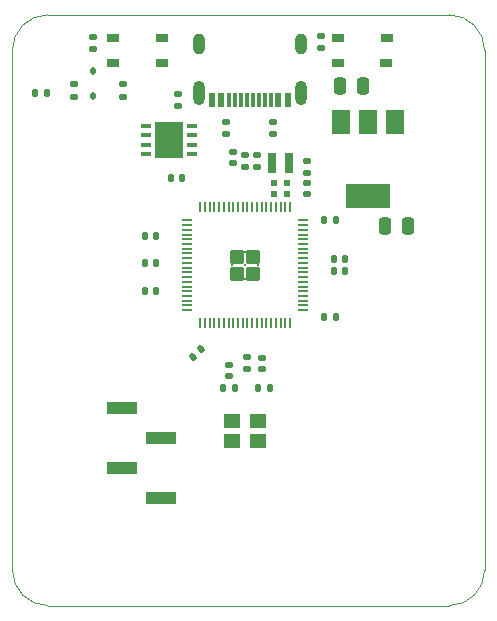
<source format=gbr>
%TF.GenerationSoftware,KiCad,Pcbnew,7.0.7*%
%TF.CreationDate,2024-09-17T12:02:14+01:00*%
%TF.ProjectId,Ponder,506f6e64-6572-42e6-9b69-6361645f7063,1.0*%
%TF.SameCoordinates,Original*%
%TF.FileFunction,Paste,Top*%
%TF.FilePolarity,Positive*%
%FSLAX46Y46*%
G04 Gerber Fmt 4.6, Leading zero omitted, Abs format (unit mm)*
G04 Created by KiCad (PCBNEW 7.0.7) date 2024-09-17 12:02:14*
%MOMM*%
%LPD*%
G01*
G04 APERTURE LIST*
G04 Aperture macros list*
%AMRoundRect*
0 Rectangle with rounded corners*
0 $1 Rounding radius*
0 $2 $3 $4 $5 $6 $7 $8 $9 X,Y pos of 4 corners*
0 Add a 4 corners polygon primitive as box body*
4,1,4,$2,$3,$4,$5,$6,$7,$8,$9,$2,$3,0*
0 Add four circle primitives for the rounded corners*
1,1,$1+$1,$2,$3*
1,1,$1+$1,$4,$5*
1,1,$1+$1,$6,$7*
1,1,$1+$1,$8,$9*
0 Add four rect primitives between the rounded corners*
20,1,$1+$1,$2,$3,$4,$5,0*
20,1,$1+$1,$4,$5,$6,$7,0*
20,1,$1+$1,$6,$7,$8,$9,0*
20,1,$1+$1,$8,$9,$2,$3,0*%
G04 Aperture macros list end*
%ADD10RoundRect,0.250000X-0.250000X-0.475000X0.250000X-0.475000X0.250000X0.475000X-0.250000X0.475000X0*%
%ADD11RoundRect,0.140000X-0.170000X0.140000X-0.170000X-0.140000X0.170000X-0.140000X0.170000X0.140000X0*%
%ADD12RoundRect,0.140000X0.170000X-0.140000X0.170000X0.140000X-0.170000X0.140000X-0.170000X-0.140000X0*%
%ADD13R,0.600000X1.150000*%
%ADD14R,0.300000X1.150000*%
%ADD15O,1.000000X2.100000*%
%ADD16O,1.000000X1.800000*%
%ADD17RoundRect,0.135000X-0.185000X0.135000X-0.185000X-0.135000X0.185000X-0.135000X0.185000X0.135000X0*%
%ADD18RoundRect,0.140000X-0.021213X0.219203X-0.219203X0.021213X0.021213X-0.219203X0.219203X-0.021213X0*%
%ADD19R,0.470000X0.530000*%
%ADD20R,1.500000X2.000000*%
%ADD21R,3.800000X2.000000*%
%ADD22RoundRect,0.135000X0.185000X-0.135000X0.185000X0.135000X-0.185000X0.135000X-0.185000X-0.135000X0*%
%ADD23RoundRect,0.112500X-0.112500X0.187500X-0.112500X-0.187500X0.112500X-0.187500X0.112500X0.187500X0*%
%ADD24RoundRect,0.140000X0.140000X0.170000X-0.140000X0.170000X-0.140000X-0.170000X0.140000X-0.170000X0*%
%ADD25RoundRect,0.250000X-0.350000X-0.350000X0.350000X-0.350000X0.350000X0.350000X-0.350000X0.350000X0*%
%ADD26RoundRect,0.055000X0.335000X-0.055000X0.335000X0.055000X-0.335000X0.055000X-0.335000X-0.055000X0*%
%ADD27RoundRect,0.055000X-0.055000X-0.335000X0.055000X-0.335000X0.055000X0.335000X-0.055000X0.335000X0*%
%ADD28R,0.133333X0.133333*%
%ADD29RoundRect,0.140000X-0.140000X-0.170000X0.140000X-0.170000X0.140000X0.170000X-0.140000X0.170000X0*%
%ADD30R,0.850000X0.350000*%
%ADD31R,2.400000X3.100000*%
%ADD32RoundRect,0.135000X-0.135000X-0.185000X0.135000X-0.185000X0.135000X0.185000X-0.135000X0.185000X0*%
%ADD33R,1.050000X0.650000*%
%ADD34R,1.400000X1.200000*%
%ADD35R,0.700000X1.700000*%
%ADD36R,2.510000X1.000000*%
%TA.AperFunction,Profile*%
%ADD37C,0.100000*%
%TD*%
G04 APERTURE END LIST*
D10*
%TO.C,C13*%
X148350000Y-79000000D03*
X150250000Y-79000000D03*
%TD*%
D11*
%TO.C,C5*%
X138900000Y-102620000D03*
X138900000Y-103580000D03*
%TD*%
D12*
%TO.C,C4*%
X139300000Y-85580000D03*
X139300000Y-84620000D03*
%TD*%
D13*
%TO.C,J1*%
X143900000Y-80180000D03*
X143100000Y-80180000D03*
D14*
X141950000Y-80180000D03*
X140950000Y-80180000D03*
X140450000Y-80180000D03*
X139450000Y-80180000D03*
D13*
X138300000Y-80180000D03*
X137500000Y-80180000D03*
X137500000Y-80180000D03*
X138300000Y-80180000D03*
D14*
X138950000Y-80180000D03*
X139950000Y-80180000D03*
X141450000Y-80180000D03*
X142450000Y-80180000D03*
D13*
X143100000Y-80180000D03*
X143900000Y-80180000D03*
D15*
X145020000Y-79605000D03*
D16*
X145020000Y-75425000D03*
D15*
X136380000Y-79605000D03*
D16*
X136380000Y-75425000D03*
%TD*%
D11*
%TO.C,C15*%
X145500000Y-87220000D03*
X145500000Y-88180000D03*
%TD*%
D17*
%TO.C,R4*%
X146700000Y-74790000D03*
X146700000Y-75810000D03*
%TD*%
D18*
%TO.C,C12*%
X136539411Y-101260589D03*
X135860589Y-101939411D03*
%TD*%
D19*
%TO.C,C16*%
X142785000Y-88150000D03*
X143815000Y-88150000D03*
%TD*%
D17*
%TO.C,R6*%
X141300000Y-84890000D03*
X141300000Y-85910000D03*
%TD*%
D20*
%TO.C,U1*%
X153000000Y-82050000D03*
X150700000Y-82050000D03*
D21*
X150700000Y-88350000D03*
D20*
X148400000Y-82050000D03*
%TD*%
D22*
%TO.C,R2*%
X138700000Y-83110000D03*
X138700000Y-82090000D03*
%TD*%
D23*
%TO.C,D10*%
X127400000Y-77750000D03*
X127400000Y-79850000D03*
%TD*%
D22*
%TO.C,R1*%
X142700000Y-83110000D03*
X142700000Y-82090000D03*
%TD*%
D24*
%TO.C,C6*%
X134980000Y-86800000D03*
X134020000Y-86800000D03*
%TD*%
D25*
%TO.C,U3*%
X139600000Y-93500000D03*
X139600000Y-94900000D03*
X141000000Y-93500000D03*
X141000000Y-94900000D03*
D26*
X135403500Y-90400000D03*
X135403500Y-90800000D03*
X135403500Y-91200000D03*
X135403500Y-91600000D03*
X135403500Y-92000000D03*
X135403500Y-92400000D03*
X135403500Y-92800000D03*
X135403500Y-93200000D03*
X135403500Y-93600000D03*
X135403500Y-94000000D03*
X135403500Y-94400000D03*
X135403500Y-94800000D03*
X135403500Y-95200000D03*
X135403500Y-95600000D03*
X135403500Y-96000000D03*
X135403500Y-96400000D03*
X135403500Y-96800000D03*
X135403500Y-97200000D03*
X135403500Y-97600000D03*
X135403500Y-98000000D03*
D27*
X136500000Y-99096500D03*
X136900000Y-99096500D03*
X137300000Y-99096500D03*
X137700000Y-99096500D03*
X138100000Y-99096500D03*
X138500000Y-99096500D03*
X138900000Y-99096500D03*
X139300000Y-99096500D03*
X139700000Y-99096500D03*
X140100000Y-99096500D03*
X140500000Y-99096500D03*
X140900000Y-99096500D03*
X141300000Y-99096500D03*
X141700000Y-99096500D03*
X142100000Y-99096500D03*
X142500000Y-99096500D03*
X142900000Y-99096500D03*
X143300000Y-99096500D03*
X143700000Y-99096500D03*
X144100000Y-99096500D03*
D26*
X145196500Y-98000000D03*
X145196500Y-97600000D03*
X145196500Y-97200000D03*
X145196500Y-96800000D03*
X145196500Y-96400000D03*
X145196500Y-96000000D03*
X145196500Y-95600000D03*
X145196500Y-95200000D03*
X145196500Y-94800000D03*
X145196500Y-94400000D03*
X145196500Y-94000000D03*
X145196500Y-93600000D03*
X145196500Y-93200000D03*
X145196500Y-92800000D03*
X145196500Y-92400000D03*
X145196500Y-92000000D03*
X145196500Y-91600000D03*
X145196500Y-91200000D03*
X145196500Y-90800000D03*
X145196500Y-90400000D03*
D27*
X144100000Y-89303500D03*
X143700000Y-89303500D03*
X143300000Y-89303500D03*
X142900000Y-89303500D03*
X142500000Y-89303500D03*
X142100000Y-89303500D03*
X141700000Y-89303500D03*
X141300000Y-89303500D03*
X140900000Y-89303500D03*
X140500000Y-89303500D03*
X140100000Y-89303500D03*
X139700000Y-89303500D03*
X139300000Y-89303500D03*
X138900000Y-89303500D03*
X138500000Y-89303500D03*
X138100000Y-89303500D03*
X137700000Y-89303500D03*
X137300000Y-89303500D03*
X136900000Y-89303500D03*
X136500000Y-89303500D03*
D28*
X139166667Y-93066667D03*
X139166667Y-94200000D03*
X139166667Y-95333333D03*
X140300000Y-93066667D03*
X140300000Y-94200000D03*
X140300000Y-95333333D03*
X141433333Y-93066667D03*
X141433333Y-94200000D03*
X141433333Y-95333333D03*
%TD*%
D19*
%TO.C,C17*%
X142785000Y-87200000D03*
X143815000Y-87200000D03*
%TD*%
D24*
%TO.C,C7*%
X132780000Y-91700000D03*
X131820000Y-91700000D03*
%TD*%
D10*
%TO.C,C14*%
X152150000Y-90900000D03*
X154050000Y-90900000D03*
%TD*%
D29*
%TO.C,C3*%
X147820000Y-93700000D03*
X148780000Y-93700000D03*
%TD*%
D17*
%TO.C,R3*%
X145500000Y-85340000D03*
X145500000Y-86360000D03*
%TD*%
%TO.C,R9*%
X140500000Y-101995000D03*
X140500000Y-103015000D03*
%TD*%
D22*
%TO.C,R44*%
X125800000Y-79910000D03*
X125800000Y-78890000D03*
%TD*%
D30*
%TO.C,U2*%
X131900000Y-82400000D03*
X131900000Y-83200000D03*
X131900000Y-84000000D03*
X131900000Y-84800000D03*
X135800000Y-84800000D03*
X135800000Y-84000000D03*
X135800000Y-83200000D03*
X135800000Y-82400000D03*
D31*
X133850000Y-83600000D03*
%TD*%
D29*
%TO.C,C8*%
X147825000Y-94700000D03*
X148785000Y-94700000D03*
%TD*%
D32*
%TO.C,R43*%
X122490000Y-79600000D03*
X123510000Y-79600000D03*
%TD*%
D11*
%TO.C,C2*%
X141700000Y-102020000D03*
X141700000Y-102980000D03*
%TD*%
D24*
%TO.C,C1*%
X132780000Y-94000000D03*
X131820000Y-94000000D03*
%TD*%
%TO.C,C19*%
X139405000Y-104620000D03*
X138445000Y-104620000D03*
%TD*%
D33*
%TO.C,SW2*%
X129150000Y-74925000D03*
X133300000Y-74925000D03*
X129150000Y-77075000D03*
X133275000Y-77075000D03*
%TD*%
D29*
%TO.C,C10*%
X147020000Y-98600000D03*
X147980000Y-98600000D03*
%TD*%
D34*
%TO.C,X1*%
X139200000Y-109050000D03*
X141400000Y-109050000D03*
X141400000Y-107350000D03*
X139200000Y-107350000D03*
%TD*%
D35*
%TO.C,L1*%
X142600000Y-85550000D03*
X144000000Y-85550000D03*
%TD*%
D33*
%TO.C,SW1*%
X148125000Y-74925000D03*
X152275000Y-74925000D03*
X148125000Y-77075000D03*
X152250000Y-77075000D03*
%TD*%
D29*
%TO.C,C11*%
X147020000Y-90400000D03*
X147980000Y-90400000D03*
%TD*%
D17*
%TO.C,R8*%
X127400000Y-74890000D03*
X127400000Y-75910000D03*
%TD*%
%TO.C,R5*%
X140300000Y-84890000D03*
X140300000Y-85910000D03*
%TD*%
D12*
%TO.C,C18*%
X134600000Y-80680000D03*
X134600000Y-79720000D03*
%TD*%
D24*
%TO.C,C9*%
X132780000Y-96400000D03*
X131820000Y-96400000D03*
%TD*%
D29*
%TO.C,C20*%
X141415000Y-104620000D03*
X142375000Y-104620000D03*
%TD*%
D17*
%TO.C,R7*%
X130000000Y-78890000D03*
X130000000Y-79910000D03*
%TD*%
D36*
%TO.C,J11*%
X129900000Y-106290000D03*
X133210000Y-108830000D03*
X129900000Y-111370000D03*
X133210000Y-113910000D03*
%TD*%
D37*
X120600000Y-120000000D02*
X120600000Y-75985000D01*
X160575000Y-75985000D02*
G75*
G03*
X157575000Y-72985000I-3000000J0D01*
G01*
X123600000Y-72985000D02*
G75*
G03*
X120600000Y-75985000I0J-3000000D01*
G01*
X120600000Y-120000000D02*
G75*
G03*
X123612500Y-123012500I3012500J0D01*
G01*
X123600000Y-72985000D02*
X157575000Y-72985000D01*
X157587500Y-123012500D02*
G75*
G03*
X160575000Y-120025000I0J2987500D01*
G01*
X157587500Y-123012500D02*
X123612500Y-123012500D01*
X160575000Y-75985000D02*
X160575000Y-120025000D01*
M02*

</source>
